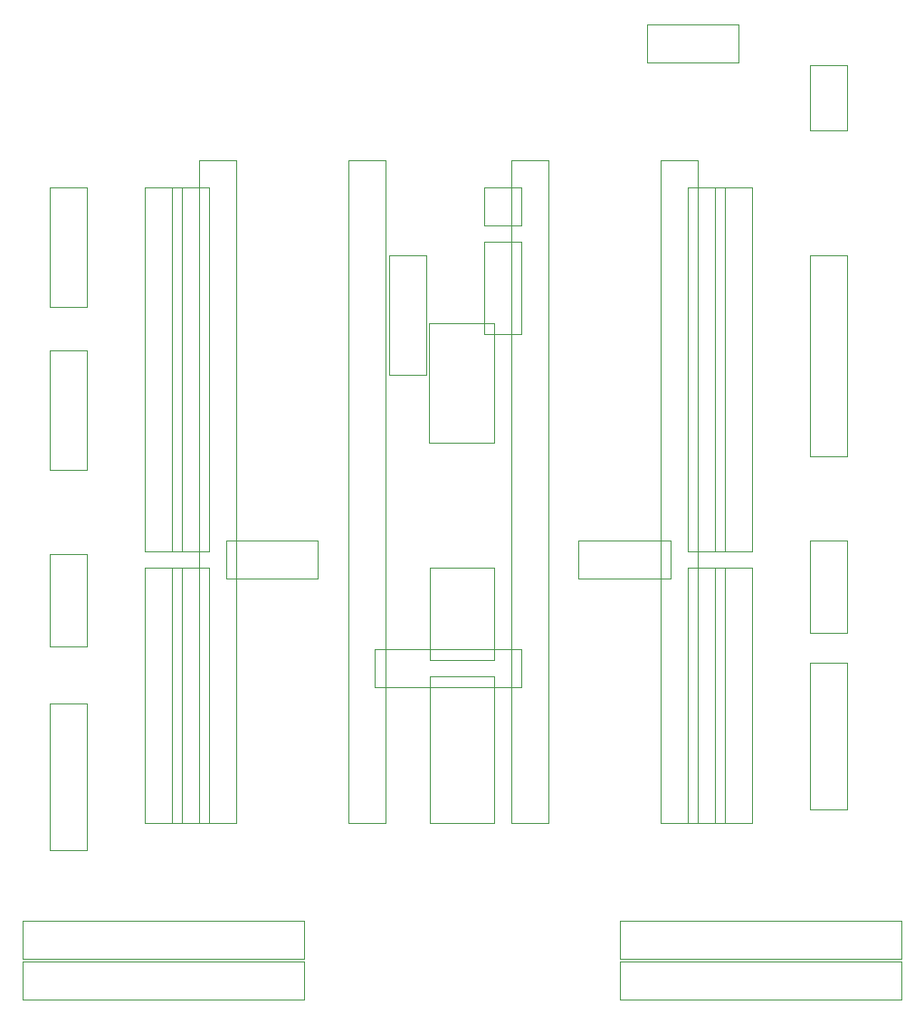
<source format=gbr>
G04 #@! TF.FileFunction,Other,User*
%FSLAX46Y46*%
G04 Gerber Fmt 4.6, Leading zero omitted, Abs format (unit mm)*
G04 Created by KiCad (PCBNEW 4.0.4-stable) date 11/21/16 07:18:24*
%MOMM*%
%LPD*%
G01*
G04 APERTURE LIST*
%ADD10C,0.100000*%
%ADD11C,0.050000*%
G04 APERTURE END LIST*
D10*
D11*
X83340000Y-51590000D02*
X83340000Y-85590000D01*
X86840000Y-51590000D02*
X86840000Y-85590000D01*
X83340000Y-51590000D02*
X86840000Y-51590000D01*
X83340000Y-85590000D02*
X86840000Y-85590000D01*
X83340000Y-87150000D02*
X83340000Y-111000000D01*
X86840000Y-87150000D02*
X86840000Y-111000000D01*
X83340000Y-87150000D02*
X86840000Y-87150000D01*
X83340000Y-111000000D02*
X86840000Y-111000000D01*
X85880000Y-51590000D02*
X85880000Y-85590000D01*
X89380000Y-51590000D02*
X89380000Y-85590000D01*
X85880000Y-51590000D02*
X89380000Y-51590000D01*
X85880000Y-85590000D02*
X89380000Y-85590000D01*
X85880000Y-87150000D02*
X85880000Y-111000000D01*
X89380000Y-87150000D02*
X89380000Y-111000000D01*
X85880000Y-87150000D02*
X89380000Y-87150000D01*
X85880000Y-111000000D02*
X89380000Y-111000000D01*
X90960000Y-88110000D02*
X99560000Y-88110000D01*
X90960000Y-84610000D02*
X99560000Y-84610000D01*
X90960000Y-88110000D02*
X90960000Y-84610000D01*
X99560000Y-88110000D02*
X99560000Y-84610000D01*
X132560000Y-84610000D02*
X123960000Y-84610000D01*
X132560000Y-88110000D02*
X123960000Y-88110000D01*
X132560000Y-84610000D02*
X132560000Y-88110000D01*
X123960000Y-84610000D02*
X123960000Y-88110000D01*
X130330000Y-39850000D02*
X138930000Y-39850000D01*
X130330000Y-36350000D02*
X138930000Y-36350000D01*
X130330000Y-39850000D02*
X130330000Y-36350000D01*
X138930000Y-39850000D02*
X138930000Y-36350000D01*
X88420000Y-49050000D02*
X88420000Y-111000000D01*
X91920000Y-49050000D02*
X91920000Y-111000000D01*
X88420000Y-49050000D02*
X91920000Y-49050000D01*
X88420000Y-111000000D02*
X91920000Y-111000000D01*
X105890000Y-49050000D02*
X102390000Y-49050000D01*
X105890000Y-111000000D02*
X102390000Y-111000000D01*
X105890000Y-49050000D02*
X105890000Y-111000000D01*
X102390000Y-49050000D02*
X102390000Y-111000000D01*
X74450000Y-85880000D02*
X74450000Y-94480000D01*
X77950000Y-85880000D02*
X77950000Y-94480000D01*
X74450000Y-85880000D02*
X77950000Y-85880000D01*
X74450000Y-94480000D02*
X77950000Y-94480000D01*
X121130000Y-49050000D02*
X117630000Y-49050000D01*
X121130000Y-111000000D02*
X117630000Y-111000000D01*
X121130000Y-49050000D02*
X121130000Y-111000000D01*
X117630000Y-49050000D02*
X117630000Y-111000000D01*
X131600000Y-49050000D02*
X131600000Y-111000000D01*
X135100000Y-49050000D02*
X135100000Y-111000000D01*
X131600000Y-49050000D02*
X135100000Y-49050000D01*
X131600000Y-111000000D02*
X135100000Y-111000000D01*
X134140000Y-51590000D02*
X134140000Y-85590000D01*
X137640000Y-51590000D02*
X137640000Y-85590000D01*
X134140000Y-51590000D02*
X137640000Y-51590000D01*
X134140000Y-85590000D02*
X137640000Y-85590000D01*
X134140000Y-87150000D02*
X134140000Y-111000000D01*
X137640000Y-87150000D02*
X137640000Y-111000000D01*
X134140000Y-87150000D02*
X137640000Y-87150000D01*
X134140000Y-111000000D02*
X137640000Y-111000000D01*
X136680000Y-51590000D02*
X136680000Y-85590000D01*
X140180000Y-51590000D02*
X140180000Y-85590000D01*
X136680000Y-51590000D02*
X140180000Y-51590000D01*
X136680000Y-85590000D02*
X140180000Y-85590000D01*
X136680000Y-87150000D02*
X136680000Y-111000000D01*
X140180000Y-87150000D02*
X140180000Y-111000000D01*
X136680000Y-87150000D02*
X140180000Y-87150000D01*
X136680000Y-111000000D02*
X140180000Y-111000000D01*
X115090000Y-65250000D02*
X118590000Y-65250000D01*
X115090000Y-56650000D02*
X118590000Y-56650000D01*
X115090000Y-65250000D02*
X115090000Y-56650000D01*
X118590000Y-65250000D02*
X118590000Y-56650000D01*
X77950000Y-77950000D02*
X77950000Y-66800000D01*
X74450000Y-77950000D02*
X74450000Y-66800000D01*
X77950000Y-77950000D02*
X74450000Y-77950000D01*
X77950000Y-66800000D02*
X74450000Y-66800000D01*
X116050000Y-64290000D02*
X110000000Y-64290000D01*
X116050000Y-75440000D02*
X110000000Y-75440000D01*
X116050000Y-64290000D02*
X116050000Y-75440000D01*
X110000000Y-64290000D02*
X110000000Y-75440000D01*
X110010000Y-95730000D02*
X116060000Y-95730000D01*
X110010000Y-87130000D02*
X116060000Y-87130000D01*
X110010000Y-95730000D02*
X110010000Y-87130000D01*
X116060000Y-95730000D02*
X116060000Y-87130000D01*
X110010000Y-110970000D02*
X116060000Y-110970000D01*
X110010000Y-97270000D02*
X116060000Y-97270000D01*
X110010000Y-110970000D02*
X110010000Y-97270000D01*
X116060000Y-110970000D02*
X116060000Y-97270000D01*
X115090000Y-51590000D02*
X115090000Y-55090000D01*
X118590000Y-51590000D02*
X118590000Y-55090000D01*
X115090000Y-51590000D02*
X118590000Y-51590000D01*
X115090000Y-55090000D02*
X118590000Y-55090000D01*
X145570000Y-40160000D02*
X145570000Y-46210000D01*
X149070000Y-40160000D02*
X149070000Y-46210000D01*
X145570000Y-40160000D02*
X149070000Y-40160000D01*
X145570000Y-46210000D02*
X149070000Y-46210000D01*
X145570000Y-57940000D02*
X145570000Y-76690000D01*
X149070000Y-57940000D02*
X149070000Y-76690000D01*
X145570000Y-57940000D02*
X149070000Y-57940000D01*
X145570000Y-76690000D02*
X149070000Y-76690000D01*
X74450000Y-99850000D02*
X74450000Y-113550000D01*
X77950000Y-99850000D02*
X77950000Y-113550000D01*
X74450000Y-99850000D02*
X77950000Y-99850000D01*
X74450000Y-113550000D02*
X77950000Y-113550000D01*
X118590000Y-98270000D02*
X118590000Y-94770000D01*
X104890000Y-98270000D02*
X104890000Y-94770000D01*
X118590000Y-98270000D02*
X104890000Y-98270000D01*
X118590000Y-94770000D02*
X104890000Y-94770000D01*
X109700000Y-57940000D02*
X106200000Y-57940000D01*
X109700000Y-69090000D02*
X106200000Y-69090000D01*
X109700000Y-57940000D02*
X109700000Y-69090000D01*
X106200000Y-57940000D02*
X106200000Y-69090000D01*
X77950000Y-62710000D02*
X77950000Y-51560000D01*
X74450000Y-62710000D02*
X74450000Y-51560000D01*
X77950000Y-62710000D02*
X74450000Y-62710000D01*
X77950000Y-51560000D02*
X74450000Y-51560000D01*
X149070000Y-109700000D02*
X149070000Y-96000000D01*
X145570000Y-109700000D02*
X145570000Y-96000000D01*
X149070000Y-109700000D02*
X145570000Y-109700000D01*
X149070000Y-96000000D02*
X145570000Y-96000000D01*
X71910000Y-123670000D02*
X98310000Y-123670000D01*
X71910000Y-120170000D02*
X98310000Y-120170000D01*
X71910000Y-123670000D02*
X71910000Y-120170000D01*
X98310000Y-123670000D02*
X98310000Y-120170000D01*
X71910000Y-127480000D02*
X98310000Y-127480000D01*
X71910000Y-123980000D02*
X98310000Y-123980000D01*
X71910000Y-127480000D02*
X71910000Y-123980000D01*
X98310000Y-127480000D02*
X98310000Y-123980000D01*
X127790000Y-123670000D02*
X154190000Y-123670000D01*
X127790000Y-120170000D02*
X154190000Y-120170000D01*
X127790000Y-123670000D02*
X127790000Y-120170000D01*
X154190000Y-123670000D02*
X154190000Y-120170000D01*
X127790000Y-127480000D02*
X154190000Y-127480000D01*
X127790000Y-123980000D02*
X154190000Y-123980000D01*
X127790000Y-127480000D02*
X127790000Y-123980000D01*
X154190000Y-127480000D02*
X154190000Y-123980000D01*
X149070000Y-93190000D02*
X149070000Y-84590000D01*
X145570000Y-93190000D02*
X145570000Y-84590000D01*
X149070000Y-93190000D02*
X145570000Y-93190000D01*
X149070000Y-84590000D02*
X145570000Y-84590000D01*
M02*

</source>
